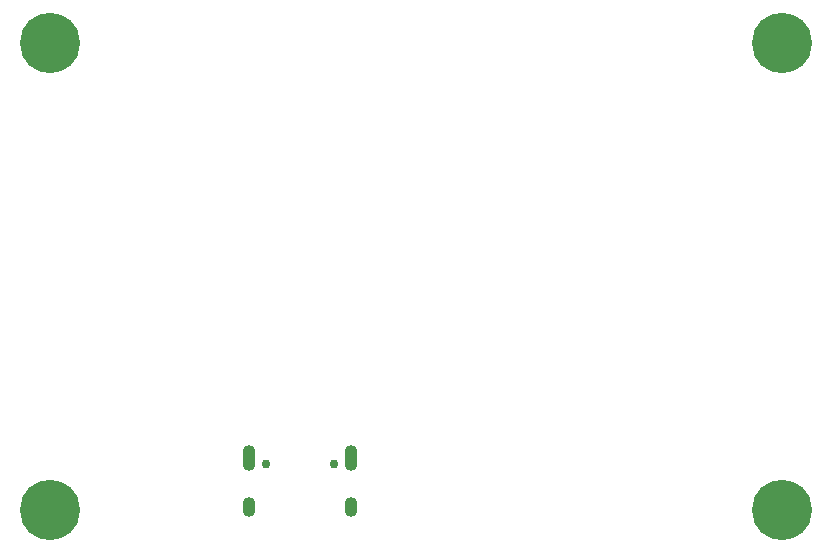
<source format=gbr>
%TF.GenerationSoftware,KiCad,Pcbnew,6.0.2+dfsg-1*%
%TF.CreationDate,2022-09-10T17:36:14-07:00*%
%TF.ProjectId,OpenHasp-1Gang,4f70656e-4861-4737-902d-3147616e672e,rev?*%
%TF.SameCoordinates,Original*%
%TF.FileFunction,Soldermask,Bot*%
%TF.FilePolarity,Negative*%
%FSLAX46Y46*%
G04 Gerber Fmt 4.6, Leading zero omitted, Abs format (unit mm)*
G04 Created by KiCad (PCBNEW 6.0.2+dfsg-1) date 2022-09-10 17:36:14*
%MOMM*%
%LPD*%
G01*
G04 APERTURE LIST*
%ADD10C,0.900000*%
%ADD11C,5.100000*%
%ADD12C,0.750000*%
%ADD13O,1.100000X1.700000*%
%ADD14O,1.100000X2.200000*%
G04 APERTURE END LIST*
D10*
%TO.C,H1*%
X85500000Y29875000D03*
X86825825Y29325825D03*
X83625000Y28000000D03*
X84174175Y29325825D03*
D11*
X85500000Y28000000D03*
D10*
X85500000Y26125000D03*
X87375000Y28000000D03*
X84174175Y26674175D03*
X86825825Y26674175D03*
%TD*%
%TO.C,H2*%
X145625000Y67500000D03*
X147500000Y65625000D03*
X146174175Y66174175D03*
X148825825Y66174175D03*
X147500000Y69375000D03*
D11*
X147500000Y67500000D03*
D10*
X149375000Y67500000D03*
X146174175Y68825825D03*
X148825825Y68825825D03*
%TD*%
%TO.C,H3*%
X86855825Y68855825D03*
X83655000Y67530000D03*
X86855825Y66204175D03*
D11*
X85530000Y67530000D03*
D10*
X87405000Y67530000D03*
X84204175Y68855825D03*
X85530000Y65655000D03*
X84204175Y66204175D03*
X85530000Y69405000D03*
%TD*%
%TO.C,H4*%
X147500000Y29875000D03*
D11*
X147500000Y28000000D03*
D10*
X146174175Y26674175D03*
X149375000Y28000000D03*
X147500000Y26125000D03*
X148825825Y26674175D03*
X148825825Y29325825D03*
X145625000Y28000000D03*
X146174175Y29325825D03*
%TD*%
D12*
%TO.C,J5*%
X109565000Y31905000D03*
X103785000Y31905000D03*
D13*
X110995000Y28225000D03*
D14*
X110995000Y32405000D03*
X102355000Y32405000D03*
D13*
X102355000Y28225000D03*
%TD*%
M02*

</source>
